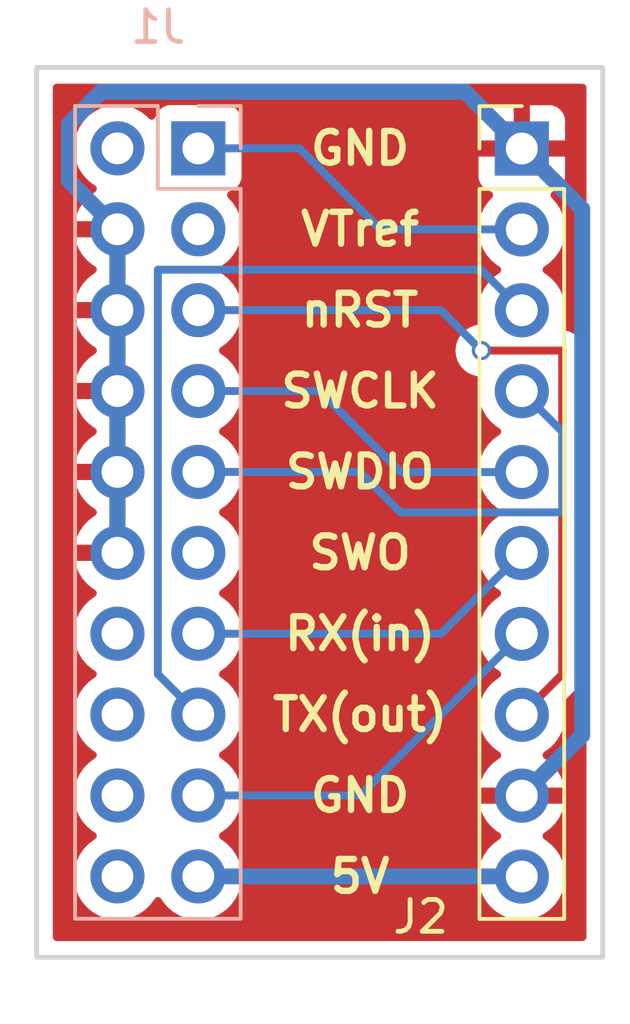
<source format=kicad_pcb>
(kicad_pcb (version 20211014) (generator pcbnew)
  (layers (0 "F.Cu" signal) (31 "B.Cu" signal) (34 "B.Paste" user) (35 "F.Paste" user) (36 "B.SilkS" user "B.Silkscreen") (37 "F.SilkS" user "F.Silkscreen") (38 "B.Mask" user) (39 "F.Mask" user) (44 "Edge.Cuts" user))
  (net 0 "")
  (net 1 "/VTref")
  (net 4 "/GND")
  (net 5 "/TX (out)")
  (net 6 "/SWDIO")
  (net 7 "/SWCLK")
  (net 9 "/SWO")
  (net 11 "/nRST")
  (net 13 "/Rx (in)")
  (net 15 "/5V")
  (footprint "Connector_PinHeader_2.54mm:PinHeader_1x10_P2.54mm_Vertical" (layer "F.Cu") (at 139.7 104.145)
    (fp_text reference "J2" (at -3.175 24.125) (layer "F.SilkS"))
    (fp_text value "Conn_01x10")
    (fp_line (start -1.33 1.27) (end -1.33 24.19) (layer "F.SilkS") (width 0.12))
    (fp_line (start -1.33 1.27) (end 1.33 1.27) (layer "F.SilkS") (width 0.12))
    (fp_line (start -1.33 -1.33) (end 0 -1.33) (layer "F.SilkS") (width 0.12))
    (fp_line (start 1.33 1.27) (end 1.33 24.19) (layer "F.SilkS") (width 0.12))
    (fp_line (start -1.33 0) (end -1.33 -1.33) (layer "F.SilkS") (width 0.12))
    (fp_line (start -1.33 24.19) (end 1.33 24.19) (layer "F.SilkS") (width 0.12))
    (pad "1" thru_hole rect (at 0 0) (size 1.7 1.7) (drill 1) (layers *.Cu *.Mask) (net 4 "/GND"))
    (pad "2" thru_hole oval (at 0 2.54) (size 1.7 1.7) (drill 1) (layers *.Cu *.Mask) (net 1 "/VTref"))
    (pad "3" thru_hole oval (at 0 5.08) (size 1.7 1.7) (drill 1) (layers *.Cu *.Mask) (net 11 "/nRST"))
    (pad "4" thru_hole oval (at 0 7.62) (size 1.7 1.7) (drill 1) (layers *.Cu *.Mask) (net 7 "/SWCLK"))
    (pad "5" thru_hole oval (at 0 10.16) (size 1.7 1.7) (drill 1) (layers *.Cu *.Mask) (net 6 "/SWDIO"))
    (pad "6" thru_hole oval (at 0 12.7) (size 1.7 1.7) (drill 1) (layers *.Cu *.Mask) (net 9 "/SWO"))
    (pad "7" thru_hole oval (at 0 15.24) (size 1.7 1.7) (drill 1) (layers *.Cu *.Mask) (net 13 "/Rx (in)"))
    (pad "8" thru_hole oval (at 0 17.78) (size 1.7 1.7) (drill 1) (layers *.Cu *.Mask) (net 5 "/TX (out)"))
    (pad "9" thru_hole oval (at 0 20.32) (size 1.7 1.7) (drill 1) (layers *.Cu *.Mask) (net 4 "/GND"))
    (pad "10" thru_hole oval (at 0 22.86) (size 1.7 1.7) (drill 1) (layers *.Cu *.Mask) (net 15 "/5V"))
  )
  (footprint "Pin_Headers:Pin_Header_Straight_2x10_Pitch2.54mm" (layer "B.Cu") (at 129.54 104.14 180)
    (fp_text reference "J1" (at 1.27 3.81 180) (layer "B.SilkS") (effects (justify mirror)))
    (fp_text value "CONN_02X10")
    (fp_line (start -1.33 -1.27) (end 1.27 -1.27) (layer "B.SilkS") (width 0.12))
    (fp_line (start 1.27 -1.27) (end 1.27 1.33) (layer "B.SilkS") (width 0.12))
    (fp_line (start -1.33 1.33) (end 0 1.33) (layer "B.SilkS") (width 0.12))
    (fp_line (start 3.87 1.33) (end 3.87 -24.19) (layer "B.SilkS") (width 0.12))
    (fp_line (start -1.33 0) (end -1.33 1.33) (layer "B.SilkS") (width 0.12))
    (fp_line (start -1.33 -24.19) (end 3.87 -24.19) (layer "B.SilkS") (width 0.12))
    (fp_line (start -1.33 -1.27) (end -1.33 -24.19) (layer "B.SilkS") (width 0.12))
    (fp_line (start 1.27 1.33) (end 3.87 1.33) (layer "B.SilkS") (width 0.12))
    (pad "1" thru_hole rect locked (at 0 0 180) (size 1.7 1.7) (drill 1) (layers *.Cu *.Mask) (net 1 "/VTref"))
    (pad "2" thru_hole oval locked (at 2.54 0 180) (size 1.7 1.7) (drill 1) (layers *.Cu *.Mask))
    (pad "3" thru_hole oval locked (at 0 -2.54 180) (size 1.7 1.7) (drill 1) (layers *.Cu *.Mask))
    (pad "4" thru_hole oval locked (at 2.54 -2.54 180) (size 1.7 1.7) (drill 1) (layers *.Cu *.Mask) (net 4 "/GND"))
    (pad "5" thru_hole oval locked (at 0 -5.08 180) (size 1.7 1.7) (drill 1) (layers *.Cu *.Mask) (net 5 "/TX (out)"))
    (pad "6" thru_hole oval locked (at 2.54 -5.08 180) (size 1.7 1.7) (drill 1) (layers *.Cu *.Mask) (net 4 "/GND"))
    (pad "7" thru_hole oval locked (at 0 -7.62 180) (size 1.7 1.7) (drill 1) (layers *.Cu *.Mask) (net 6 "/SWDIO"))
    (pad "8" thru_hole oval locked (at 2.54 -7.62 180) (size 1.7 1.7) (drill 1) (layers *.Cu *.Mask) (net 4 "/GND"))
    (pad "9" thru_hole oval locked (at 0 -10.16 180) (size 1.7 1.7) (drill 1) (layers *.Cu *.Mask) (net 7 "/SWCLK"))
    (pad "10" thru_hole oval locked (at 2.54 -10.16 180) (size 1.7 1.7) (drill 1) (layers *.Cu *.Mask) (net 4 "/GND"))
    (pad "11" thru_hole oval locked (at 0 -12.7 180) (size 1.7 1.7) (drill 1) (layers *.Cu *.Mask))
    (pad "12" thru_hole oval locked (at 2.54 -12.7 180) (size 1.7 1.7) (drill 1) (layers *.Cu *.Mask) (net 4 "/GND"))
    (pad "13" thru_hole oval locked (at 0 -15.24 180) (size 1.7 1.7) (drill 1) (layers *.Cu *.Mask) (net 9 "/SWO"))
    (pad "14" thru_hole oval locked (at 2.54 -15.24 180) (size 1.7 1.7) (drill 1) (layers *.Cu *.Mask))
    (pad "15" thru_hole oval locked (at 0 -17.78 180) (size 1.7 1.7) (drill 1) (layers *.Cu *.Mask) (net 11 "/nRST"))
    (pad "16" thru_hole oval locked (at 2.54 -17.78 180) (size 1.7 1.7) (drill 1) (layers *.Cu *.Mask))
    (pad "17" thru_hole oval locked (at 0 -20.32 180) (size 1.7 1.7) (drill 1) (layers *.Cu *.Mask) (net 13 "/Rx (in)"))
    (pad "18" thru_hole oval locked (at 2.54 -20.32 180) (size 1.7 1.7) (drill 1) (layers *.Cu *.Mask))
    (pad "19" thru_hole oval locked (at 0 -22.86 180) (size 1.7 1.7) (drill 1) (layers *.Cu *.Mask) (net 15 "/5V"))
    (pad "20" thru_hole oval locked (at 2.54 -22.86 180) (size 1.7 1.7) (drill 1) (layers *.Cu *.Mask))
  )
  (gr_line (start 124.46 129.54) (end 124.46 101.6) (layer "Edge.Cuts") (width 0.15))
  (gr_line (start 142.24 129.54) (end 124.46 129.54) (layer "Edge.Cuts") (width 0.15))
  (gr_line (start 124.46 101.6) (end 142.24 101.6) (layer "Edge.Cuts") (width 0.15))
  (gr_line (start 142.24 101.6) (end 142.24 129.54) (layer "Edge.Cuts") (width 0.15))
  (gr_text "VTref" (at 134.62 106.68) (layer "F.SilkS") (effects (font (size 1 1) (thickness 0.2))))
  (gr_text "RX(in)" (at 134.62 119.38) (layer "F.SilkS") (effects (font (size 1 1) (thickness 0.2))))
  (gr_text "SWCLK" (at 134.62 111.76) (layer "F.SilkS") (effects (font (size 1 1) (thickness 0.2))))
  (gr_text "TX(out)" (at 134.62 121.92) (layer "F.SilkS") (effects (font (size 1 1) (thickness 0.2))))
  (gr_text "SWDIO" (at 134.62 114.3) (layer "F.SilkS") (effects (font (size 1 1) (thickness 0.2))))
  (gr_text "GND" (at 134.62 104.14) (layer "F.SilkS") (effects (font (size 1 1) (thickness 0.2))))
  (gr_text "GND" (at 134.62 124.46) (layer "F.SilkS") (effects (font (size 1 1) (thickness 0.2))))
  (gr_text "nRST" (at 134.62 109.22) (layer "F.SilkS") (effects (font (size 1 1) (thickness 0.2))))
  (gr_text "5V" (at 134.62 127) (layer "F.SilkS") (effects (font (size 1 1) (thickness 0.2))))
  (gr_text "SWO" (at 134.62 116.84) (layer "F.SilkS") (effects (font (size 1 1) (thickness 0.2))))
  (segment (start 129.54 104.14) (end 132.715 104.14) (width 0.25) (layer "B.Cu") (net 1))
  (segment (start 132.715 104.14) (end 135.26 106.685) (width 0.25) (layer "B.Cu") (net 1))
  (segment (start 135.26 106.685) (end 139.7 106.685) (width 0.25) (layer "B.Cu") (net 1))
  (segment (start 139.7 104.145) (end 141.6 106.045) (width 0.5) (layer "B.Cu") (net 4))
  (segment (start 125.476 103.378) (end 126.492 102.362) (width 0.5) (layer "B.Cu") (net 4))
  (segment (start 127 116.84) (end 127 114.3) (width 0.5) (layer "B.Cu") (net 4))
  (segment (start 127 114.3) (end 127 111.76) (width 0.5) (layer "B.Cu") (net 4))
  (segment (start 127 106.68) (end 125.476 105.156) (width 0.5) (layer "B.Cu") (net 4))
  (segment (start 137.917 102.362) (end 139.7 104.145) (width 0.5) (layer "B.Cu") (net 4))
  (segment (start 127 109.22) (end 127 111.76) (width 0.5) (layer "B.Cu") (net 4))
  (segment (start 125.476 105.156) (end 125.476 103.378) (width 0.5) (layer "B.Cu") (net 4))
  (segment (start 127 106.68) (end 127 109.22) (width 0.5) (layer "B.Cu") (net 4))
  (segment (start 141.6 122.565) (end 139.7 124.465) (width 0.5) (layer "B.Cu") (net 4))
  (segment (start 126.492 102.362) (end 137.917 102.362) (width 0.5) (layer "B.Cu") (net 4))
  (segment (start 141.6 106.045) (end 141.6 122.565) (width 0.5) (layer "B.Cu") (net 4))
  (segment (start 140.97 120.655) (end 139.7 121.925) (width 0.25) (layer "F.Cu") (net 5))
  (segment (start 138.43 110.49) (end 140.97 110.49) (width 0.25) (layer "F.Cu") (net 5))
  (segment (start 140.97 110.49) (end 140.97 120.655) (width 0.25) (layer "F.Cu") (net 5))
  (via (at 138.43 110.49) (size 0.6) (drill 0.4) (layers "F.Cu" "B.Cu") (net 5))
  (segment (start 129.54 109.22) (end 137.16 109.22) (width 0.25) (layer "B.Cu") (net 5))
  (segment (start 137.16 109.22) (end 138.43 110.49) (width 0.25) (layer "B.Cu") (net 5))
  (segment (start 135.895 114.305) (end 139.7 114.305) (width 0.25) (layer "B.Cu") (net 6))
  (segment (start 133.35 111.76) (end 135.895 114.305) (width 0.25) (layer "B.Cu") (net 6))
  (segment (start 129.54 111.76) (end 133.35 111.76) (width 0.25) (layer "B.Cu") (net 6))
  (segment (start 134.62 114.3) (end 135.89 115.57) (width 0.25) (layer "B.Cu") (net 7))
  (segment (start 140.965 113.03) (end 139.7 111.765) (width 0.25) (layer "B.Cu") (net 7))
  (segment (start 140.97 115.57) (end 140.97 113.03) (width 0.25) (layer "B.Cu") (net 7))
  (segment (start 129.54 114.3) (end 134.62 114.3) (width 0.25) (layer "B.Cu") (net 7))
  (segment (start 140.97 113.03) (end 140.965 113.03) (width 0.25) (layer "B.Cu") (net 7))
  (segment (start 135.89 115.57) (end 140.97 115.57) (width 0.25) (layer "B.Cu") (net 7))
  (segment (start 129.54 119.38) (end 137.165 119.38) (width 0.25) (layer "B.Cu") (net 9))
  (segment (start 137.165 119.38) (end 139.7 116.845) (width 0.25) (layer "B.Cu") (net 9))
  (segment (start 129.54 121.92) (end 128.27 120.65) (width 0.25) (layer "B.Cu") (net 11))
  (segment (start 138.425 107.95) (end 139.7 109.225) (width 0.25) (layer "B.Cu") (net 11))
  (segment (start 128.27 107.95) (end 138.425 107.95) (width 0.25) (layer "B.Cu") (net 11))
  (segment (start 128.27 120.65) (end 128.27 107.95) (width 0.25) (layer "B.Cu") (net 11))
  (segment (start 129.54 124.46) (end 134.625 124.46) (width 0.25) (layer "B.Cu") (net 13))
  (segment (start 134.625 124.46) (end 139.7 119.385) (width 0.25) (layer "B.Cu") (net 13))
  (segment (start 139.695 127) (end 139.7 127.005) (width 0.25) (layer "B.Cu") (net 15))
  (segment (start 129.54 127) (end 139.695 127) (width 0.5) (layer "B.Cu") (net 15))
  (zone (net 4) (net_name "/GND") (layer "F.Cu") (connect_pads (clearance 0.508)) (min_thickness 0.254) (fill yes (thermal_gap 0.508) (thermal_bridge_width 0.508))
    (polygon (pts (xy 142.24 129.54) (xy 124.46 129.54) (xy 124.46 101.6) (xy 142.875 101.6)))
  )
)
</source>
